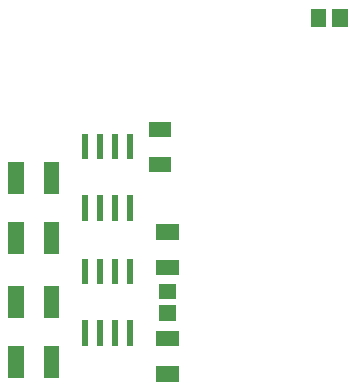
<source format=gbr>
G04 start of page 9 for group -4015 idx -4015 *
G04 Title: (unknown), toppaste *
G04 Creator: pcb 20110918 *
G04 CreationDate: Mon Jul 21 20:20:48 2014 UTC *
G04 For: fosse *
G04 Format: Gerber/RS-274X *
G04 PCB-Dimensions: 200000 300000 *
G04 PCB-Coordinate-Origin: lower left *
%MOIN*%
%FSLAX25Y25*%
%LNTOPPASTE*%
%ADD43R,0.0200X0.0200*%
%ADD42R,0.0512X0.0512*%
G54D42*X165414Y192893D02*Y192107D01*
X172500Y192893D02*Y192107D01*
G54D43*X102500Y153000D02*Y146500D01*
X97500Y153000D02*Y146500D01*
X92500Y153000D02*Y146500D01*
X87500Y153000D02*Y146500D01*
Y132500D02*Y126000D01*
X92500Y132500D02*Y126000D01*
X97500Y132500D02*Y126000D01*
X102500Y132500D02*Y126000D01*
G54D42*X111319Y155414D02*X113681D01*
X111319Y143604D02*X113681D01*
X113819Y121155D02*X116181D01*
X113819Y109345D02*X116181D01*
X114607Y101293D02*X115393D01*
X114607Y94207D02*X115393D01*
X113819Y85655D02*X116181D01*
X113819Y73845D02*X116181D01*
G54D43*X102500Y111250D02*Y104750D01*
X97500Y111250D02*Y104750D01*
X92500Y111250D02*Y104750D01*
X87500Y111250D02*Y104750D01*
Y90750D02*Y84250D01*
X92500Y90750D02*Y84250D01*
X97500Y90750D02*Y84250D01*
X102500Y90750D02*Y84250D01*
G54D42*X64595Y122005D02*Y116495D01*
X76405Y122005D02*Y116495D01*
X64595Y80505D02*Y74995D01*
X76405Y80505D02*Y74995D01*
X64595Y142005D02*Y136495D01*
X76405Y142005D02*Y136495D01*
X64595Y100505D02*Y94995D01*
X76405Y100505D02*Y94995D01*
M02*

</source>
